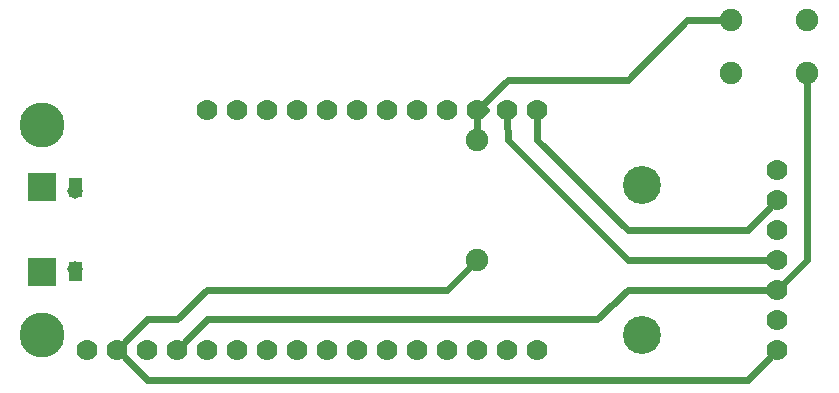
<source format=gbl>
G04 MADE WITH FRITZING*
G04 WWW.FRITZING.ORG*
G04 DOUBLE SIDED*
G04 HOLES PLATED*
G04 CONTOUR ON CENTER OF CONTOUR VECTOR*
%ASAXBY*%
%FSLAX23Y23*%
%MOIN*%
%OFA0B0*%
%SFA1.0B1.0*%
%ADD10C,0.126614*%
%ADD11C,0.070000*%
%ADD12C,0.095000*%
%ADD13C,0.149999*%
%ADD14C,0.051496*%
%ADD15C,0.075000*%
%ADD16R,0.095000X0.095000*%
%ADD17C,0.024000*%
%ADD18R,0.001000X0.001000*%
%LNCOPPER0*%
G90*
G70*
G54D10*
X2164Y701D03*
G54D11*
X2614Y151D03*
X2614Y251D03*
X2614Y351D03*
X2614Y451D03*
X2614Y551D03*
X2614Y651D03*
X2614Y751D03*
G54D10*
X2164Y201D03*
G54D11*
X1014Y951D03*
X1114Y151D03*
X314Y151D03*
X1814Y951D03*
G54D12*
X164Y410D03*
G54D11*
X714Y151D03*
X1514Y151D03*
X1414Y951D03*
G54D13*
X164Y901D03*
G54D11*
X514Y151D03*
X914Y151D03*
X1314Y151D03*
X1714Y151D03*
X1614Y951D03*
X1214Y951D03*
X814Y951D03*
G54D14*
X274Y422D03*
G54D11*
X414Y151D03*
X614Y151D03*
X814Y151D03*
X1014Y151D03*
X1214Y151D03*
X1414Y151D03*
X1614Y151D03*
X1814Y151D03*
X1714Y951D03*
X1514Y951D03*
X1314Y951D03*
X1114Y951D03*
X914Y951D03*
X714Y951D03*
G54D13*
X164Y201D03*
G54D14*
X274Y681D03*
G54D12*
X164Y693D03*
G54D15*
X2714Y1074D03*
X2458Y1074D03*
X2714Y1251D03*
X2458Y1251D03*
X1614Y851D03*
X1614Y451D03*
G54D16*
X164Y410D03*
X164Y693D03*
G54D17*
X2115Y350D02*
X2583Y351D01*
D02*
X714Y253D02*
X2014Y253D01*
D02*
X2014Y253D02*
X2115Y350D01*
D02*
X435Y173D02*
X513Y253D01*
D02*
X635Y173D02*
X714Y253D01*
D02*
X613Y253D02*
X714Y350D01*
D02*
X513Y253D02*
X613Y253D01*
D02*
X1514Y350D02*
X1593Y431D01*
D02*
X714Y350D02*
X1514Y350D01*
D02*
X1715Y851D02*
X2115Y451D01*
D02*
X2115Y451D02*
X2588Y451D01*
D02*
X1714Y926D02*
X1715Y851D01*
D02*
X1813Y851D02*
X2115Y552D01*
D02*
X2115Y552D02*
X2515Y552D01*
D02*
X1813Y921D02*
X1813Y851D01*
D02*
X2515Y552D02*
X2592Y630D01*
D02*
X1614Y951D02*
X1614Y951D01*
D02*
X2714Y1046D02*
X2714Y451D01*
D02*
X2714Y451D02*
X2636Y373D01*
D02*
X1614Y951D02*
X1644Y951D01*
D02*
X1614Y880D02*
X1614Y951D01*
D02*
X1614Y951D02*
X1644Y951D01*
D02*
X2313Y1250D02*
X2115Y1052D01*
D02*
X2115Y1052D02*
X1715Y1052D01*
D02*
X1715Y1052D02*
X1614Y951D01*
D02*
X2429Y1251D02*
X2313Y1250D01*
D02*
X513Y51D02*
X2515Y51D01*
D02*
X2515Y51D02*
X2592Y130D01*
D02*
X435Y130D02*
X513Y51D01*
G54D18*
X253Y723D02*
X294Y723D01*
X253Y722D02*
X294Y722D01*
X253Y721D02*
X294Y721D01*
X253Y720D02*
X294Y720D01*
X253Y719D02*
X294Y719D01*
X253Y718D02*
X294Y718D01*
X253Y717D02*
X294Y717D01*
X253Y716D02*
X294Y716D01*
X253Y715D02*
X294Y715D01*
X253Y714D02*
X294Y714D01*
X253Y713D02*
X294Y713D01*
X253Y712D02*
X294Y712D01*
X253Y711D02*
X294Y711D01*
X253Y710D02*
X294Y710D01*
X253Y709D02*
X294Y709D01*
X253Y708D02*
X294Y708D01*
X253Y707D02*
X294Y707D01*
X253Y706D02*
X294Y706D01*
X253Y705D02*
X294Y705D01*
X253Y704D02*
X294Y704D01*
X253Y703D02*
X270Y703D01*
X277Y703D02*
X294Y703D01*
X253Y702D02*
X266Y702D01*
X281Y702D02*
X294Y702D01*
X253Y701D02*
X264Y701D01*
X283Y701D02*
X294Y701D01*
X253Y700D02*
X262Y700D01*
X285Y700D02*
X294Y700D01*
X253Y699D02*
X261Y699D01*
X286Y699D02*
X294Y699D01*
X253Y698D02*
X259Y698D01*
X288Y698D02*
X294Y698D01*
X253Y697D02*
X258Y697D01*
X289Y697D02*
X294Y697D01*
X253Y696D02*
X257Y696D01*
X290Y696D02*
X294Y696D01*
X253Y695D02*
X257Y695D01*
X290Y695D02*
X294Y695D01*
X253Y694D02*
X256Y694D01*
X291Y694D02*
X294Y694D01*
X253Y693D02*
X255Y693D01*
X292Y693D02*
X294Y693D01*
X253Y692D02*
X255Y692D01*
X292Y692D02*
X294Y692D01*
X253Y691D02*
X254Y691D01*
X293Y691D02*
X294Y691D01*
X253Y690D02*
X254Y690D01*
X293Y690D02*
X294Y690D01*
X253Y689D02*
X253Y689D01*
X294Y689D02*
X294Y689D01*
X253Y688D02*
X253Y688D01*
X294Y688D02*
X294Y688D01*
X253Y687D02*
X253Y687D01*
X294Y687D02*
X294Y687D01*
X253Y678D02*
X253Y678D01*
X294Y678D02*
X294Y678D01*
X253Y677D02*
X253Y677D01*
X294Y677D02*
X294Y677D01*
X253Y676D02*
X253Y676D01*
X294Y676D02*
X294Y676D01*
X253Y675D02*
X254Y675D01*
X293Y675D02*
X294Y675D01*
X253Y674D02*
X254Y674D01*
X293Y674D02*
X294Y674D01*
X253Y673D02*
X255Y673D01*
X292Y673D02*
X294Y673D01*
X253Y672D02*
X255Y672D01*
X292Y672D02*
X294Y672D01*
X253Y671D02*
X256Y671D01*
X291Y671D02*
X294Y671D01*
X253Y670D02*
X257Y670D01*
X290Y670D02*
X294Y670D01*
X253Y669D02*
X257Y669D01*
X290Y669D02*
X294Y669D01*
X253Y668D02*
X258Y668D01*
X289Y668D02*
X294Y668D01*
X253Y667D02*
X259Y667D01*
X288Y667D02*
X294Y667D01*
X253Y666D02*
X261Y666D01*
X286Y666D02*
X294Y666D01*
X253Y665D02*
X262Y665D01*
X285Y665D02*
X294Y665D01*
X253Y664D02*
X264Y664D01*
X283Y664D02*
X294Y664D01*
X253Y663D02*
X266Y663D01*
X281Y663D02*
X294Y663D01*
X253Y662D02*
X269Y662D01*
X278Y662D02*
X294Y662D01*
X253Y443D02*
X269Y443D01*
X278Y443D02*
X294Y443D01*
X253Y442D02*
X265Y442D01*
X282Y442D02*
X294Y442D01*
X253Y441D02*
X263Y441D01*
X284Y441D02*
X294Y441D01*
X253Y440D02*
X262Y440D01*
X286Y440D02*
X294Y440D01*
X253Y439D02*
X260Y439D01*
X287Y439D02*
X294Y439D01*
X253Y438D02*
X259Y438D01*
X288Y438D02*
X294Y438D01*
X253Y437D02*
X258Y437D01*
X289Y437D02*
X294Y437D01*
X253Y436D02*
X257Y436D01*
X290Y436D02*
X294Y436D01*
X253Y435D02*
X256Y435D01*
X291Y435D02*
X294Y435D01*
X253Y434D02*
X256Y434D01*
X291Y434D02*
X294Y434D01*
X253Y433D02*
X255Y433D01*
X292Y433D02*
X294Y433D01*
X253Y432D02*
X255Y432D01*
X292Y432D02*
X294Y432D01*
X253Y431D02*
X254Y431D01*
X293Y431D02*
X294Y431D01*
X253Y430D02*
X254Y430D01*
X293Y430D02*
X294Y430D01*
X253Y429D02*
X253Y429D01*
X294Y429D02*
X294Y429D01*
X253Y428D02*
X253Y428D01*
X294Y428D02*
X294Y428D01*
X253Y418D02*
X253Y418D01*
X294Y418D02*
X294Y418D01*
X253Y417D02*
X253Y417D01*
X294Y417D02*
X294Y417D01*
X253Y416D02*
X253Y416D01*
X294Y416D02*
X294Y416D01*
X253Y415D02*
X254Y415D01*
X293Y415D02*
X294Y415D01*
X253Y414D02*
X254Y414D01*
X293Y414D02*
X294Y414D01*
X253Y413D02*
X255Y413D01*
X292Y413D02*
X294Y413D01*
X253Y412D02*
X255Y412D01*
X292Y412D02*
X294Y412D01*
X253Y411D02*
X256Y411D01*
X291Y411D02*
X294Y411D01*
X253Y410D02*
X257Y410D01*
X290Y410D02*
X294Y410D01*
X253Y409D02*
X258Y409D01*
X289Y409D02*
X294Y409D01*
X253Y408D02*
X259Y408D01*
X289Y408D02*
X294Y408D01*
X253Y407D02*
X260Y407D01*
X287Y407D02*
X294Y407D01*
X253Y406D02*
X261Y406D01*
X286Y406D02*
X294Y406D01*
X253Y405D02*
X262Y405D01*
X285Y405D02*
X294Y405D01*
X253Y404D02*
X264Y404D01*
X283Y404D02*
X294Y404D01*
X253Y403D02*
X267Y403D01*
X280Y403D02*
X294Y403D01*
X253Y402D02*
X294Y402D01*
X253Y401D02*
X294Y401D01*
X253Y400D02*
X294Y400D01*
X253Y399D02*
X294Y399D01*
X253Y398D02*
X294Y398D01*
X253Y397D02*
X294Y397D01*
X253Y396D02*
X294Y396D01*
X253Y395D02*
X294Y395D01*
X253Y394D02*
X294Y394D01*
X253Y393D02*
X294Y393D01*
X253Y392D02*
X294Y392D01*
X253Y391D02*
X294Y391D01*
X253Y390D02*
X294Y390D01*
X253Y389D02*
X294Y389D01*
X253Y388D02*
X294Y388D01*
X253Y387D02*
X294Y387D01*
X253Y386D02*
X294Y386D01*
X253Y385D02*
X294Y385D01*
X253Y384D02*
X294Y384D01*
X253Y383D02*
X294Y383D01*
X253Y382D02*
X294Y382D01*
D02*
G04 End of Copper0*
M02*
</source>
